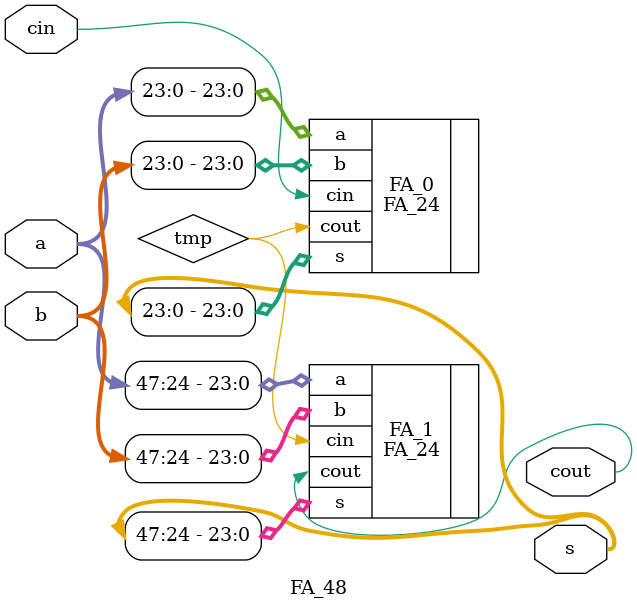
<source format=v>
module FA_48 (
	a,
	b,
	cin,
	s,
	cout
);
parameter DATA_WIDTH = 48;

input [DATA_WIDTH - 1: 0]a;
input [DATA_WIDTH - 1: 0]b;
input cin;
output [DATA_WIDTH -1 :0]s;
output cout;

wire tmp;

FA_24 FA_0(.a(a[23:0]), .b (b[23:0]), .cin(cin),       .s(s[23:0]), .cout(tmp));
FA_24 FA_1(.a(a[47:24]), .b (b[47:24]), .cin(tmp),    .s(s[47:24]), .cout(cout));


endmodule
</source>
